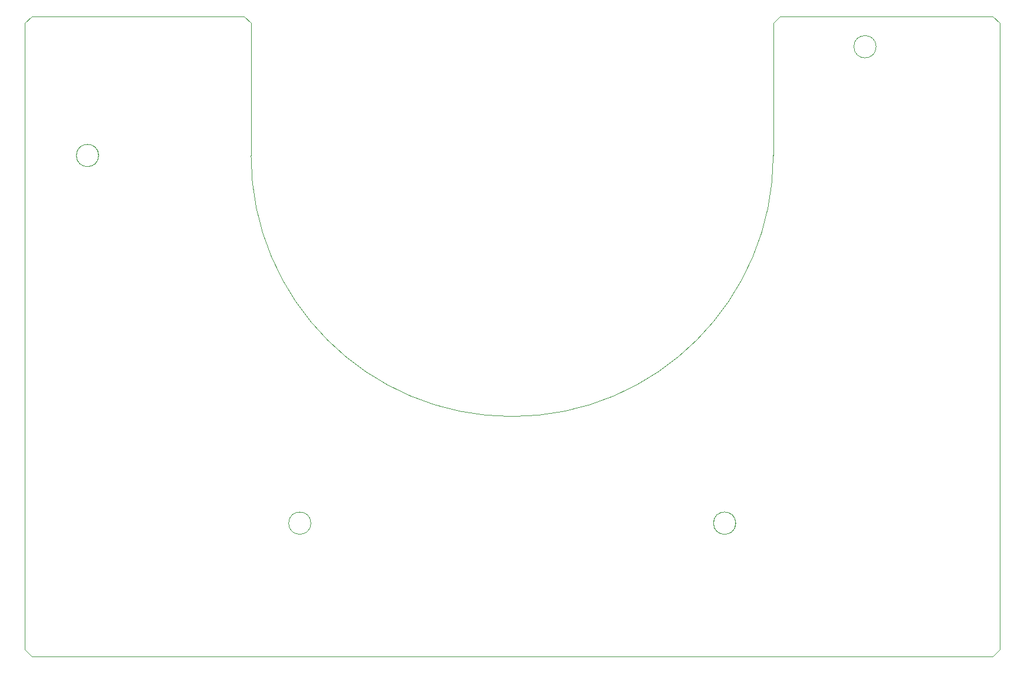
<source format=gko>
%FSLAX25Y25*%
%MOIN*%
G70*
G01*
G75*
G04 Layer_Color=16711935*
%ADD10R,0.05100X0.05100*%
G04:AMPARAMS|DCode=11|XSize=94.49mil|YSize=29.13mil|CornerRadius=0.73mil|HoleSize=0mil|Usage=FLASHONLY|Rotation=270.000|XOffset=0mil|YOffset=0mil|HoleType=Round|Shape=RoundedRectangle|*
%AMROUNDEDRECTD11*
21,1,0.09449,0.02768,0,0,270.0*
21,1,0.09303,0.02913,0,0,270.0*
1,1,0.00146,-0.01384,-0.04652*
1,1,0.00146,-0.01384,0.04652*
1,1,0.00146,0.01384,0.04652*
1,1,0.00146,0.01384,-0.04652*
%
%ADD11ROUNDEDRECTD11*%
%ADD12R,0.03937X0.07087*%
%ADD13R,0.07087X0.03937*%
%ADD14R,0.04724X0.13780*%
%ADD15R,0.05906X0.03543*%
%ADD16R,0.09449X0.11024*%
%ADD17R,0.03150X0.07874*%
%ADD18O,0.07874X0.02362*%
%ADD19R,0.08465X0.04331*%
%ADD20R,0.08465X0.04331*%
%ADD21R,0.08465X0.13780*%
%ADD22R,0.37402X0.41339*%
%ADD23R,0.13780X0.03543*%
%ADD24R,0.08661X0.02362*%
%ADD25R,0.08661X0.02362*%
%ADD26R,0.06693X0.15748*%
%ADD27R,0.13465X0.04921*%
%ADD28R,0.04921X0.02756*%
%ADD29R,0.09843X0.07874*%
%ADD30R,0.13465X0.04724*%
%ADD31R,0.05080X0.05600*%
%ADD32R,0.20472X0.19200*%
%ADD33R,0.07874X0.07874*%
%ADD34R,0.07874X0.07874*%
%ADD35R,0.02165X0.03937*%
%ADD36R,0.05100X0.05100*%
%ADD37R,0.07087X0.04449*%
%ADD38R,0.07874X0.09843*%
%ADD39R,0.04449X0.07087*%
%ADD40C,0.01102*%
%ADD41C,0.03000*%
%ADD42C,0.04331*%
%ADD43C,0.01500*%
%ADD44C,0.02362*%
%ADD45C,0.05000*%
%ADD46C,0.01200*%
%ADD47C,0.02000*%
%ADD48C,0.04000*%
%ADD49C,0.08000*%
%ADD50C,0.10000*%
%ADD51C,0.01969*%
%ADD52C,0.02165*%
%ADD53R,0.03600X0.13800*%
%ADD54R,0.08000X0.29700*%
%ADD55R,0.07000X0.24600*%
%ADD56R,0.06600X0.24400*%
%ADD57R,0.06700X0.20500*%
%ADD58R,0.11300X0.13400*%
%ADD59R,0.09300X0.13200*%
%ADD60R,0.25100X0.17800*%
%ADD61R,0.16300X0.24200*%
%ADD62R,0.31100X0.30000*%
%ADD63R,0.17300X0.10200*%
%ADD64R,0.59000X0.07200*%
%ADD65R,0.10000X0.09200*%
%ADD66R,0.30300X0.11200*%
%ADD67C,0.00197*%
%ADD68C,0.03150*%
%ADD69R,0.11811X0.11811*%
%ADD70C,0.11811*%
%ADD71C,0.05906*%
%ADD72R,0.05906X0.05906*%
%ADD73C,0.04331*%
G04:AMPARAMS|DCode=74|XSize=43.31mil|YSize=43.31mil|CornerRadius=10.83mil|HoleSize=0mil|Usage=FLASHONLY|Rotation=90.000|XOffset=0mil|YOffset=0mil|HoleType=Round|Shape=RoundedRectangle|*
%AMROUNDEDRECTD74*
21,1,0.04331,0.02165,0,0,90.0*
21,1,0.02165,0.04331,0,0,90.0*
1,1,0.02165,0.01083,0.01083*
1,1,0.02165,0.01083,-0.01083*
1,1,0.02165,-0.01083,-0.01083*
1,1,0.02165,-0.01083,0.01083*
%
%ADD74ROUNDEDRECTD74*%
%ADD75C,0.05315*%
%ADD76R,0.05315X0.05315*%
G04:AMPARAMS|DCode=77|XSize=59.06mil|YSize=59.06mil|CornerRadius=14.76mil|HoleSize=0mil|Usage=FLASHONLY|Rotation=90.000|XOffset=0mil|YOffset=0mil|HoleType=Round|Shape=RoundedRectangle|*
%AMROUNDEDRECTD77*
21,1,0.05906,0.02953,0,0,90.0*
21,1,0.02953,0.05906,0,0,90.0*
1,1,0.02953,0.01476,0.01476*
1,1,0.02953,0.01476,-0.01476*
1,1,0.02953,-0.01476,-0.01476*
1,1,0.02953,-0.01476,0.01476*
%
%ADD77ROUNDEDRECTD77*%
%ADD78C,0.07874*%
%ADD79C,0.02000*%
%ADD80C,0.04000*%
%ADD81C,0.03000*%
%ADD82R,0.33700X0.13200*%
%ADD83R,0.09335X0.10100*%
%ADD84R,0.13100X1.68900*%
%ADD85R,0.41700X0.14400*%
%ADD86R,0.19200X0.39100*%
%ADD87R,0.79600X0.20200*%
%ADD88R,0.31800X0.32800*%
%ADD89R,0.10900X0.35200*%
%ADD90R,0.68339X0.12300*%
%ADD91R,0.10300X0.24700*%
%ADD92R,0.11900X0.16700*%
%ADD93R,0.13500X1.15100*%
%ADD94C,0.01000*%
%ADD95C,0.01575*%
%ADD96C,0.01181*%
%ADD97C,0.00984*%
%ADD98C,0.00787*%
%ADD99C,0.00700*%
%ADD100C,0.00600*%
%ADD101C,0.00500*%
%ADD102C,0.01524*%
%ADD103C,0.00394*%
%ADD104R,0.00898X0.08221*%
%ADD105R,0.05900X0.05900*%
G04:AMPARAMS|DCode=106|XSize=102.49mil|YSize=37.13mil|CornerRadius=0.93mil|HoleSize=0mil|Usage=FLASHONLY|Rotation=270.000|XOffset=0mil|YOffset=0mil|HoleType=Round|Shape=RoundedRectangle|*
%AMROUNDEDRECTD106*
21,1,0.10249,0.03528,0,0,270.0*
21,1,0.10063,0.03713,0,0,270.0*
1,1,0.00186,-0.01764,-0.05032*
1,1,0.00186,-0.01764,0.05032*
1,1,0.00186,0.01764,0.05032*
1,1,0.00186,0.01764,-0.05032*
%
%ADD106ROUNDEDRECTD106*%
%ADD107R,0.04737X0.07887*%
%ADD108R,0.07887X0.04737*%
%ADD109R,0.05524X0.14579*%
%ADD110R,0.06706X0.04343*%
%ADD111R,0.10249X0.11824*%
%ADD112R,0.03950X0.08674*%
%ADD113O,0.08674X0.03162*%
%ADD114R,0.09265X0.05131*%
%ADD115R,0.09265X0.05131*%
%ADD116R,0.09265X0.14579*%
%ADD117R,0.38202X0.42139*%
%ADD118R,0.14579X0.04343*%
%ADD119R,0.09461X0.03162*%
%ADD120R,0.09461X0.03162*%
%ADD121R,0.07493X0.16548*%
%ADD122R,0.14265X0.05721*%
%ADD123R,0.05721X0.03556*%
%ADD124R,0.10642X0.08674*%
%ADD125R,0.14265X0.05524*%
%ADD126R,0.05880X0.06400*%
%ADD127R,0.21272X0.20000*%
%ADD128R,0.08674X0.08674*%
%ADD129R,0.08674X0.08674*%
%ADD130R,0.02965X0.04737*%
%ADD131R,0.05900X0.05900*%
%ADD132R,0.07887X0.05249*%
%ADD133R,0.08674X0.10642*%
%ADD134R,0.05249X0.07887*%
%ADD135C,0.03950*%
%ADD136R,0.12611X0.12611*%
%ADD137C,0.12611*%
%ADD138C,0.06706*%
%ADD139R,0.06706X0.06706*%
%ADD140C,0.05131*%
G04:AMPARAMS|DCode=141|XSize=51.31mil|YSize=51.31mil|CornerRadius=12.83mil|HoleSize=0mil|Usage=FLASHONLY|Rotation=90.000|XOffset=0mil|YOffset=0mil|HoleType=Round|Shape=RoundedRectangle|*
%AMROUNDEDRECTD141*
21,1,0.05131,0.02565,0,0,90.0*
21,1,0.02565,0.05131,0,0,90.0*
1,1,0.02565,0.01283,0.01283*
1,1,0.02565,0.01283,-0.01283*
1,1,0.02565,-0.01283,-0.01283*
1,1,0.02565,-0.01283,0.01283*
%
%ADD141ROUNDEDRECTD141*%
%ADD142C,0.06115*%
%ADD143R,0.06115X0.06115*%
G04:AMPARAMS|DCode=144|XSize=67.06mil|YSize=67.06mil|CornerRadius=16.76mil|HoleSize=0mil|Usage=FLASHONLY|Rotation=90.000|XOffset=0mil|YOffset=0mil|HoleType=Round|Shape=RoundedRectangle|*
%AMROUNDEDRECTD144*
21,1,0.06706,0.03353,0,0,90.0*
21,1,0.03353,0.06706,0,0,90.0*
1,1,0.03353,0.01676,0.01676*
1,1,0.03353,0.01676,-0.01676*
1,1,0.03353,-0.01676,-0.01676*
1,1,0.03353,-0.01676,0.01676*
%
%ADD144ROUNDEDRECTD144*%
%ADD145C,0.08674*%
D67*
X-151477Y-78740D02*
G03*
X-151477Y-78740I-98J0D01*
G01*
D02*
G03*
X-151477Y-78740I-98J0D01*
G01*
D02*
G03*
X-151477Y-78740I-98J0D01*
G01*
D02*
G03*
X-151477Y-78740I-98J0D01*
G01*
D103*
X-25197Y-286723D02*
G03*
X-25197Y-286723I-6299J0D01*
G01*
X-385433Y-78740D02*
G03*
X-385433Y-78740I-6299J0D01*
G01*
X-25098Y-286723D02*
G03*
X-25098Y-286723I-6299J0D01*
G01*
X-385335Y-78740D02*
G03*
X-385335Y-78740I-6299J0D01*
G01*
X54244Y-17223D02*
G03*
X54244Y-17223I-6299J0D01*
G01*
X-265354Y-286723D02*
G03*
X-265354Y-286723I-6299J0D01*
G01*
X-299213Y-78740D02*
G03*
X-3937Y-78740I147638J0D01*
G01*
X120079Y-362137D02*
X124016Y-358200D01*
X-137500Y-362205D02*
X120079D01*
X-166598D02*
X-132319D01*
X-423229D02*
X-166598D01*
X124016Y-358200D02*
Y-3937D01*
X0Y0D02*
X120079D01*
X-3937Y-78740D02*
Y-3937D01*
X-299213Y-78740D02*
Y-3937D01*
X-423229Y0D02*
X-303150D01*
X-427166Y-358268D02*
Y-3937D01*
X120079Y0D02*
X124016Y-3937D01*
X-3937D02*
X0Y0D01*
X-303150D02*
X-299213Y-3937D01*
X-427166D02*
X-423229Y0D01*
X-427166Y-358268D02*
X-423229Y-362205D01*
M02*

</source>
